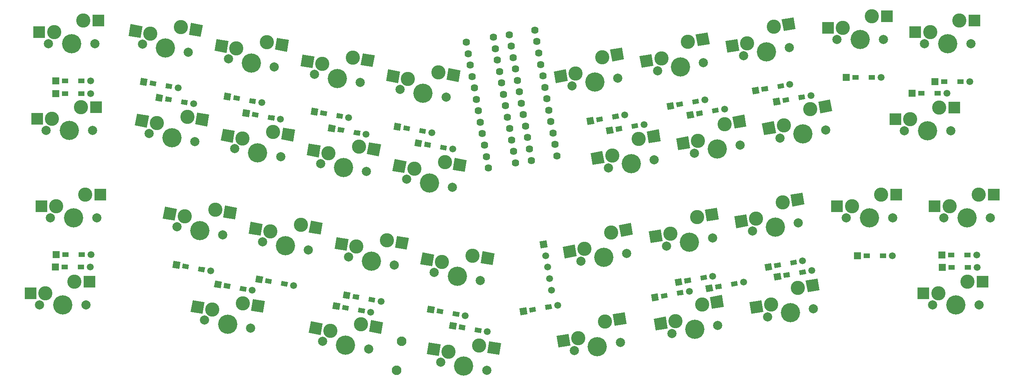
<source format=gbr>
%TF.GenerationSoftware,KiCad,Pcbnew,(5.1.6-0-10_14)*%
%TF.CreationDate,2023-03-04T09:30:33+09:00*%
%TF.ProjectId,C-13XPCB,432d3133-5850-4434-922e-6b696361645f,rev?*%
%TF.SameCoordinates,Original*%
%TF.FileFunction,Soldermask,Bot*%
%TF.FilePolarity,Negative*%
%FSLAX46Y46*%
G04 Gerber Fmt 4.6, Leading zero omitted, Abs format (unit mm)*
G04 Created by KiCad (PCBNEW (5.1.6-0-10_14)) date 2023-03-04 09:30:33*
%MOMM*%
%LPD*%
G01*
G04 APERTURE LIST*
%ADD10C,3.100000*%
%ADD11C,0.100000*%
%ADD12C,2.000000*%
%ADD13C,4.200000*%
%ADD14C,1.497000*%
%ADD15R,1.400000X1.050000*%
%ADD16R,1.497000X1.497000*%
%ADD17C,2.100000*%
%ADD18C,1.624000*%
%ADD19R,2.650000X2.600000*%
G04 APERTURE END LIST*
D10*
%TO.C,SW20*%
X135603545Y-20508244D03*
X128908950Y-21906990D03*
D11*
G36*
X140385994Y-20031464D02*
G01*
X139934509Y-22591964D01*
X137324768Y-22131796D01*
X137776253Y-19571296D01*
X140385994Y-20031464D01*
G37*
D12*
X127217178Y-24187868D03*
X137222824Y-25952134D03*
D13*
X132220001Y-25070001D03*
D11*
G36*
X127214317Y-20288126D02*
G01*
X126762832Y-22848626D01*
X124153091Y-22388458D01*
X124604576Y-19827958D01*
X127214317Y-20288126D01*
G37*
%TD*%
%TO.C,D20*%
G36*
X134577503Y-17573696D02*
G01*
X134759834Y-16539648D01*
X136138565Y-16782756D01*
X135956234Y-17816804D01*
X134577503Y-17573696D01*
G37*
G36*
X131081435Y-16957244D02*
G01*
X131263766Y-15923196D01*
X132642497Y-16166304D01*
X132460166Y-17200352D01*
X131081435Y-16957244D01*
G37*
G36*
X128990778Y-16815553D02*
G01*
X129250729Y-15341296D01*
X130724986Y-15601247D01*
X130465035Y-17075504D01*
X128990778Y-16815553D01*
G37*
D14*
X137362118Y-17531600D03*
%TD*%
D15*
%TO.C,D1*%
X48625000Y37340000D03*
X45075000Y37340000D03*
D16*
X43040000Y37340000D03*
D14*
X50660000Y37340000D03*
%TD*%
%TO.C,D2*%
X50650000Y34600000D03*
D16*
X43030000Y34600000D03*
D15*
X45065000Y34600000D03*
X48615000Y34600000D03*
%TD*%
D14*
%TO.C,D3*%
X50720000Y-640000D03*
D16*
X43100000Y-640000D03*
D15*
X45135000Y-640000D03*
X48685000Y-640000D03*
%TD*%
D14*
%TO.C,D4*%
X50590000Y-3390000D03*
D16*
X42970000Y-3390000D03*
D15*
X45005000Y-3390000D03*
X48555000Y-3390000D03*
%TD*%
D14*
%TO.C,D5*%
X69762118Y35838400D03*
D11*
G36*
X61390778Y36554447D02*
G01*
X61650729Y38028704D01*
X63124986Y37768753D01*
X62865035Y36294496D01*
X61390778Y36554447D01*
G37*
G36*
X63481435Y36412756D02*
G01*
X63663766Y37446804D01*
X65042497Y37203696D01*
X64860166Y36169648D01*
X63481435Y36412756D01*
G37*
G36*
X66977503Y35796304D02*
G01*
X67159834Y36830352D01*
X68538565Y36587244D01*
X68356234Y35553196D01*
X66977503Y35796304D01*
G37*
%TD*%
D14*
%TO.C,D6*%
X73152118Y32348400D03*
D11*
G36*
X64780778Y33064447D02*
G01*
X65040729Y34538704D01*
X66514986Y34278753D01*
X66255035Y32804496D01*
X64780778Y33064447D01*
G37*
G36*
X66871435Y32922756D02*
G01*
X67053766Y33956804D01*
X68432497Y33713696D01*
X68250166Y32679648D01*
X66871435Y32922756D01*
G37*
G36*
X70367503Y32306304D02*
G01*
X70549834Y33340352D01*
X71928565Y33097244D01*
X71746234Y32063196D01*
X70367503Y32306304D01*
G37*
%TD*%
D14*
%TO.C,D7*%
X76902118Y-4221600D03*
D11*
G36*
X68530778Y-3505553D02*
G01*
X68790729Y-2031296D01*
X70264986Y-2291247D01*
X70005035Y-3765504D01*
X68530778Y-3505553D01*
G37*
G36*
X70621435Y-3647244D02*
G01*
X70803766Y-2613196D01*
X72182497Y-2856304D01*
X72000166Y-3890352D01*
X70621435Y-3647244D01*
G37*
G36*
X74117503Y-4263696D02*
G01*
X74299834Y-3229648D01*
X75678565Y-3472756D01*
X75496234Y-4506804D01*
X74117503Y-4263696D01*
G37*
%TD*%
D14*
%TO.C,D8*%
X85982118Y-8471600D03*
D11*
G36*
X77610778Y-7755553D02*
G01*
X77870729Y-6281296D01*
X79344986Y-6541247D01*
X79085035Y-8015504D01*
X77610778Y-7755553D01*
G37*
G36*
X79701435Y-7897244D02*
G01*
X79883766Y-6863196D01*
X81262497Y-7106304D01*
X81080166Y-8140352D01*
X79701435Y-7897244D01*
G37*
G36*
X83197503Y-8513696D02*
G01*
X83379834Y-7479648D01*
X84758565Y-7722756D01*
X84576234Y-8756804D01*
X83197503Y-8513696D01*
G37*
%TD*%
D14*
%TO.C,D9*%
X88052118Y32608400D03*
D11*
G36*
X79680778Y33324447D02*
G01*
X79940729Y34798704D01*
X81414986Y34538753D01*
X81155035Y33064496D01*
X79680778Y33324447D01*
G37*
G36*
X81771435Y33182756D02*
G01*
X81953766Y34216804D01*
X83332497Y33973696D01*
X83150166Y32939648D01*
X81771435Y33182756D01*
G37*
G36*
X85267503Y32566304D02*
G01*
X85449834Y33600352D01*
X86828565Y33357244D01*
X86646234Y32323196D01*
X85267503Y32566304D01*
G37*
%TD*%
D14*
%TO.C,D10*%
X92152118Y28968400D03*
D11*
G36*
X83780778Y29684447D02*
G01*
X84040729Y31158704D01*
X85514986Y30898753D01*
X85255035Y29424496D01*
X83780778Y29684447D01*
G37*
G36*
X85871435Y29542756D02*
G01*
X86053766Y30576804D01*
X87432497Y30333696D01*
X87250166Y29299648D01*
X85871435Y29542756D01*
G37*
G36*
X89367503Y28926304D02*
G01*
X89549834Y29960352D01*
X90928565Y29717244D01*
X90746234Y28683196D01*
X89367503Y28926304D01*
G37*
%TD*%
D14*
%TO.C,D11*%
X95012118Y-7391600D03*
D11*
G36*
X86640778Y-6675553D02*
G01*
X86900729Y-5201296D01*
X88374986Y-5461247D01*
X88115035Y-6935504D01*
X86640778Y-6675553D01*
G37*
G36*
X88731435Y-6817244D02*
G01*
X88913766Y-5783196D01*
X90292497Y-6026304D01*
X90110166Y-7060352D01*
X88731435Y-6817244D01*
G37*
G36*
X92227503Y-7433696D02*
G01*
X92409834Y-6399648D01*
X93788565Y-6642756D01*
X93606234Y-7676804D01*
X92227503Y-7433696D01*
G37*
%TD*%
D14*
%TO.C,D13*%
X107072118Y29318400D03*
D11*
G36*
X98700778Y30034447D02*
G01*
X98960729Y31508704D01*
X100434986Y31248753D01*
X100175035Y29774496D01*
X98700778Y30034447D01*
G37*
G36*
X100791435Y29892756D02*
G01*
X100973766Y30926804D01*
X102352497Y30683696D01*
X102170166Y29649648D01*
X100791435Y29892756D01*
G37*
G36*
X104287503Y29276304D02*
G01*
X104469834Y30310352D01*
X105848565Y30067244D01*
X105666234Y29033196D01*
X104287503Y29276304D01*
G37*
%TD*%
D14*
%TO.C,D14*%
X110872118Y25658400D03*
D11*
G36*
X102500778Y26374447D02*
G01*
X102760729Y27848704D01*
X104234986Y27588753D01*
X103975035Y26114496D01*
X102500778Y26374447D01*
G37*
G36*
X104591435Y26232756D02*
G01*
X104773766Y27266804D01*
X106152497Y27023696D01*
X105970166Y25989648D01*
X104591435Y26232756D01*
G37*
G36*
X108087503Y25616304D02*
G01*
X108269834Y26650352D01*
X109648565Y26407244D01*
X109466234Y25373196D01*
X108087503Y25616304D01*
G37*
%TD*%
D14*
%TO.C,D15*%
X114132118Y-10851600D03*
D11*
G36*
X105760778Y-10135553D02*
G01*
X106020729Y-8661296D01*
X107494986Y-8921247D01*
X107235035Y-10395504D01*
X105760778Y-10135553D01*
G37*
G36*
X107851435Y-10277244D02*
G01*
X108033766Y-9243196D01*
X109412497Y-9486304D01*
X109230166Y-10520352D01*
X107851435Y-10277244D01*
G37*
G36*
X111347503Y-10893696D02*
G01*
X111529834Y-9859648D01*
X112908565Y-10102756D01*
X112726234Y-11136804D01*
X111347503Y-10893696D01*
G37*
%TD*%
D14*
%TO.C,D16*%
X111882118Y-13241600D03*
D11*
G36*
X103510778Y-12525553D02*
G01*
X103770729Y-11051296D01*
X105244986Y-11311247D01*
X104985035Y-12785504D01*
X103510778Y-12525553D01*
G37*
G36*
X105601435Y-12667244D02*
G01*
X105783766Y-11633196D01*
X107162497Y-11876304D01*
X106980166Y-12910352D01*
X105601435Y-12667244D01*
G37*
G36*
X109097503Y-13283696D02*
G01*
X109279834Y-12249648D01*
X110658565Y-12492756D01*
X110476234Y-13526804D01*
X109097503Y-13283696D01*
G37*
%TD*%
D14*
%TO.C,D17*%
X125232118Y26028400D03*
D11*
G36*
X116860778Y26744447D02*
G01*
X117120729Y28218704D01*
X118594986Y27958753D01*
X118335035Y26484496D01*
X116860778Y26744447D01*
G37*
G36*
X118951435Y26602756D02*
G01*
X119133766Y27636804D01*
X120512497Y27393696D01*
X120330166Y26359648D01*
X118951435Y26602756D01*
G37*
G36*
X122447503Y25986304D02*
G01*
X122629834Y27020352D01*
X124008565Y26777244D01*
X123826234Y25743196D01*
X122447503Y25986304D01*
G37*
%TD*%
D14*
%TO.C,D18*%
X129792118Y22428400D03*
D11*
G36*
X121420778Y23144447D02*
G01*
X121680729Y24618704D01*
X123154986Y24358753D01*
X122895035Y22884496D01*
X121420778Y23144447D01*
G37*
G36*
X123511435Y23002756D02*
G01*
X123693766Y24036804D01*
X125072497Y23793696D01*
X124890166Y22759648D01*
X123511435Y23002756D01*
G37*
G36*
X127007503Y22386304D02*
G01*
X127189834Y23420352D01*
X128568565Y23177244D01*
X128386234Y22143196D01*
X127007503Y22386304D01*
G37*
%TD*%
D14*
%TO.C,D19*%
X132532118Y-14001600D03*
D11*
G36*
X124160778Y-13285553D02*
G01*
X124420729Y-11811296D01*
X125894986Y-12071247D01*
X125635035Y-13545504D01*
X124160778Y-13285553D01*
G37*
G36*
X126251435Y-13427244D02*
G01*
X126433766Y-12393196D01*
X127812497Y-12636304D01*
X127630166Y-13670352D01*
X126251435Y-13427244D01*
G37*
G36*
X129747503Y-14043696D02*
G01*
X129929834Y-13009648D01*
X131308565Y-13252756D01*
X131126234Y-14286804D01*
X129747503Y-14043696D01*
G37*
%TD*%
D14*
%TO.C,D21*%
X167402118Y29931600D03*
D11*
G36*
X159290729Y27741296D02*
G01*
X159030778Y29215553D01*
X160505035Y29475504D01*
X160764986Y28001247D01*
X159290729Y27741296D01*
G37*
G36*
X161303766Y28323196D02*
G01*
X161121435Y29357244D01*
X162500166Y29600352D01*
X162682497Y28566304D01*
X161303766Y28323196D01*
G37*
G36*
X164799834Y28939648D02*
G01*
X164617503Y29973696D01*
X165996234Y30216804D01*
X166178565Y29182756D01*
X164799834Y28939648D01*
G37*
%TD*%
%TO.C,D22*%
G36*
X169029834Y26849648D02*
G01*
X168847503Y27883696D01*
X170226234Y28126804D01*
X170408565Y27092756D01*
X169029834Y26849648D01*
G37*
G36*
X165533766Y26233196D02*
G01*
X165351435Y27267244D01*
X166730166Y27510352D01*
X166912497Y26476304D01*
X165533766Y26233196D01*
G37*
G36*
X163520729Y25651296D02*
G01*
X163260778Y27125553D01*
X164735035Y27385504D01*
X164994986Y25911247D01*
X163520729Y25651296D01*
G37*
D14*
X171632118Y27841600D03*
%TD*%
D11*
%TO.C,D23*%
G36*
X150159834Y-12720352D02*
G01*
X149977503Y-11686304D01*
X151356234Y-11443196D01*
X151538565Y-12477244D01*
X150159834Y-12720352D01*
G37*
G36*
X146663766Y-13336804D02*
G01*
X146481435Y-12302756D01*
X147860166Y-12059648D01*
X148042497Y-13093696D01*
X146663766Y-13336804D01*
G37*
G36*
X144650729Y-13918704D02*
G01*
X144390778Y-12444447D01*
X145865035Y-12184496D01*
X146124986Y-13658753D01*
X144650729Y-13918704D01*
G37*
D14*
X152762118Y-11728400D03*
%TD*%
D11*
%TO.C,D24*%
G36*
X178919834Y-9660352D02*
G01*
X178737503Y-8626304D01*
X180116234Y-8383196D01*
X180298565Y-9417244D01*
X178919834Y-9660352D01*
G37*
G36*
X175423766Y-10276804D02*
G01*
X175241435Y-9242756D01*
X176620166Y-8999648D01*
X176802497Y-10033696D01*
X175423766Y-10276804D01*
G37*
G36*
X173410729Y-10858704D02*
G01*
X173150778Y-9384447D01*
X174625035Y-9124496D01*
X174884986Y-10598753D01*
X173410729Y-10858704D01*
G37*
D14*
X181522118Y-8668400D03*
%TD*%
D11*
%TO.C,D25*%
G36*
X182289834Y32209648D02*
G01*
X182107503Y33243696D01*
X183486234Y33486804D01*
X183668565Y32452756D01*
X182289834Y32209648D01*
G37*
G36*
X178793766Y31593196D02*
G01*
X178611435Y32627244D01*
X179990166Y32870352D01*
X180172497Y31836304D01*
X178793766Y31593196D01*
G37*
G36*
X176780729Y31011296D02*
G01*
X176520778Y32485553D01*
X177995035Y32745504D01*
X178254986Y31271247D01*
X176780729Y31011296D01*
G37*
D14*
X184892118Y33201600D03*
%TD*%
D11*
%TO.C,D26*%
G36*
X186639834Y30239648D02*
G01*
X186457503Y31273696D01*
X187836234Y31516804D01*
X188018565Y30482756D01*
X186639834Y30239648D01*
G37*
G36*
X183143766Y29623196D02*
G01*
X182961435Y30657244D01*
X184340166Y30900352D01*
X184522497Y29866304D01*
X183143766Y29623196D01*
G37*
G36*
X181130729Y29041296D02*
G01*
X180870778Y30515553D01*
X182345035Y30775504D01*
X182604986Y29301247D01*
X181130729Y29041296D01*
G37*
D14*
X189242118Y31231600D03*
%TD*%
D11*
%TO.C,D27*%
G36*
X184059834Y-6340352D02*
G01*
X183877503Y-5306304D01*
X185256234Y-5063196D01*
X185438565Y-6097244D01*
X184059834Y-6340352D01*
G37*
G36*
X180563766Y-6956804D02*
G01*
X180381435Y-5922756D01*
X181760166Y-5679648D01*
X181942497Y-6713696D01*
X180563766Y-6956804D01*
G37*
G36*
X178550729Y-7538704D02*
G01*
X178290778Y-6064447D01*
X179765035Y-5804496D01*
X180024986Y-7278753D01*
X178550729Y-7538704D01*
G37*
D14*
X186662118Y-5348400D03*
%TD*%
D11*
%TO.C,D28*%
G36*
X190789834Y-7680352D02*
G01*
X190607503Y-6646304D01*
X191986234Y-6403196D01*
X192168565Y-7437244D01*
X190789834Y-7680352D01*
G37*
G36*
X187293766Y-8296804D02*
G01*
X187111435Y-7262756D01*
X188490166Y-7019648D01*
X188672497Y-8053696D01*
X187293766Y-8296804D01*
G37*
G36*
X185280729Y-8878704D02*
G01*
X185020778Y-7404447D01*
X186495035Y-7144496D01*
X186754986Y-8618753D01*
X185280729Y-8878704D01*
G37*
D14*
X193392118Y-6688400D03*
%TD*%
D11*
%TO.C,D29*%
G36*
X200909834Y35579648D02*
G01*
X200727503Y36613696D01*
X202106234Y36856804D01*
X202288565Y35822756D01*
X200909834Y35579648D01*
G37*
G36*
X197413766Y34963196D02*
G01*
X197231435Y35997244D01*
X198610166Y36240352D01*
X198792497Y35206304D01*
X197413766Y34963196D01*
G37*
G36*
X195400729Y34381296D02*
G01*
X195140778Y35855553D01*
X196615035Y36115504D01*
X196874986Y34641247D01*
X195400729Y34381296D01*
G37*
D14*
X203512118Y36571600D03*
%TD*%
D11*
%TO.C,D30*%
G36*
X205519834Y33169648D02*
G01*
X205337503Y34203696D01*
X206716234Y34446804D01*
X206898565Y33412756D01*
X205519834Y33169648D01*
G37*
G36*
X202023766Y32553196D02*
G01*
X201841435Y33587244D01*
X203220166Y33830352D01*
X203402497Y32796304D01*
X202023766Y32553196D01*
G37*
G36*
X200010729Y31971296D02*
G01*
X199750778Y33445553D01*
X201225035Y33705504D01*
X201484986Y32231247D01*
X200010729Y31971296D01*
G37*
D14*
X208122118Y34161600D03*
%TD*%
D11*
%TO.C,D31*%
G36*
X203699834Y-3020352D02*
G01*
X203517503Y-1986304D01*
X204896234Y-1743196D01*
X205078565Y-2777244D01*
X203699834Y-3020352D01*
G37*
G36*
X200203766Y-3636804D02*
G01*
X200021435Y-2602756D01*
X201400166Y-2359648D01*
X201582497Y-3393696D01*
X200203766Y-3636804D01*
G37*
G36*
X198190729Y-4218704D02*
G01*
X197930778Y-2744447D01*
X199405035Y-2484496D01*
X199664986Y-3958753D01*
X198190729Y-4218704D01*
G37*
D14*
X206302118Y-2028400D03*
%TD*%
D11*
%TO.C,D32*%
G36*
X205699834Y-5140352D02*
G01*
X205517503Y-4106304D01*
X206896234Y-3863196D01*
X207078565Y-4897244D01*
X205699834Y-5140352D01*
G37*
G36*
X202203766Y-5756804D02*
G01*
X202021435Y-4722756D01*
X203400166Y-4479648D01*
X203582497Y-5513696D01*
X202203766Y-5756804D01*
G37*
G36*
X200190729Y-6338704D02*
G01*
X199930778Y-4864447D01*
X201405035Y-4604496D01*
X201664986Y-6078753D01*
X200190729Y-6338704D01*
G37*
D14*
X208302118Y-4148400D03*
%TD*%
D15*
%TO.C,D33*%
X221395000Y38140000D03*
X217845000Y38140000D03*
D16*
X215810000Y38140000D03*
D14*
X223430000Y38140000D03*
%TD*%
D15*
%TO.C,D34*%
X235785000Y34630000D03*
X232235000Y34630000D03*
D16*
X230200000Y34630000D03*
D14*
X237820000Y34630000D03*
%TD*%
D15*
%TO.C,D35*%
X223905000Y-880000D03*
X220355000Y-880000D03*
D16*
X218320000Y-880000D03*
D14*
X225940000Y-880000D03*
%TD*%
D15*
%TO.C,D37*%
X240795000Y37240000D03*
X237245000Y37240000D03*
D16*
X235210000Y37240000D03*
D14*
X242830000Y37240000D03*
%TD*%
D15*
%TO.C,D39*%
X242295000Y-710000D03*
X238745000Y-710000D03*
D16*
X236710000Y-710000D03*
D14*
X244330000Y-710000D03*
%TD*%
D15*
%TO.C,D40*%
X242405000Y-3470000D03*
X238855000Y-3470000D03*
D16*
X236820000Y-3470000D03*
D14*
X244440000Y-3470000D03*
%TD*%
D17*
%TO.C,SW41*%
X118634357Y-19589375D03*
X117505643Y-25990625D03*
%TD*%
D11*
%TO.C,TB1*%
G36*
X148790763Y2219976D02*
G01*
X150265020Y2479927D01*
X150524971Y1005670D01*
X149050714Y745719D01*
X148790763Y2219976D01*
G37*
D14*
X150098934Y-888588D03*
X150540000Y-3390000D03*
X150981066Y-5891412D03*
X151422133Y-8392823D03*
%TD*%
D18*
%TO.C,U1*%
X137608313Y18310248D03*
X137167246Y20811659D03*
X136726180Y23313071D03*
X136285113Y25814483D03*
X135844047Y28315894D03*
X135402981Y30817306D03*
X134961914Y33318718D03*
X134520848Y35820129D03*
X134079782Y38321541D03*
X133638715Y40822953D03*
X133197649Y43324365D03*
X132756583Y45825776D03*
X147745357Y48468701D03*
X148186423Y45967290D03*
X148627489Y43465878D03*
X149068556Y40964466D03*
X149509622Y38463055D03*
X149950688Y35961643D03*
X150391755Y33460231D03*
X150832821Y30958820D03*
X151273887Y28457408D03*
X151714954Y25955996D03*
X152156020Y23454585D03*
X152597087Y20953173D03*
X142171345Y47485853D03*
X142612411Y44984441D03*
X143935610Y37480206D03*
X144376676Y34978794D03*
X144817743Y32477383D03*
X145258809Y29975971D03*
X145699876Y27474559D03*
X143053477Y42483029D03*
X143494544Y39981618D03*
X146140942Y24973148D03*
X146582008Y22471736D03*
X147023075Y19970324D03*
X143546133Y19418171D03*
X139576535Y41930876D03*
X139135469Y44432288D03*
X142222933Y26922406D03*
X141781867Y29423818D03*
X141340801Y31925230D03*
X140899734Y34426641D03*
X140458668Y36928053D03*
X140017602Y39429465D03*
X143105066Y21919583D03*
X142664000Y24420994D03*
X138694402Y46933700D03*
%TD*%
D10*
%TO.C,SW1*%
X49030000Y50570000D03*
X42680000Y48030000D03*
D19*
X52332000Y50570000D03*
D12*
X41410000Y45490000D03*
X51570000Y45490000D03*
D13*
X46490000Y45490000D03*
D19*
X39405000Y48030000D03*
%TD*%
%TO.C,SW2*%
X38925000Y29060000D03*
D13*
X46010000Y26520000D03*
D12*
X51090000Y26520000D03*
X40930000Y26520000D03*
D19*
X51852000Y31600000D03*
D10*
X42200000Y29060000D03*
X48550000Y31600000D03*
%TD*%
D19*
%TO.C,SW3*%
X39875000Y9950000D03*
D13*
X46960000Y7410000D03*
D12*
X52040000Y7410000D03*
X41880000Y7410000D03*
D19*
X52802000Y12490000D03*
D10*
X43150000Y9950000D03*
X49500000Y12490000D03*
%TD*%
D19*
%TO.C,SW4*%
X37495000Y-9100000D03*
D13*
X44580000Y-11640000D03*
D12*
X49660000Y-11640000D03*
X39500000Y-11640000D03*
D19*
X50422000Y-6560000D03*
D10*
X40770000Y-9100000D03*
X47120000Y-6560000D03*
%TD*%
D11*
%TO.C,SW5*%
G36*
X62014316Y49321875D02*
G01*
X61562831Y46761375D01*
X58953090Y47221543D01*
X59404575Y49782043D01*
X62014316Y49321875D01*
G37*
D13*
X67020000Y44540000D03*
D12*
X72022823Y43657867D03*
X62017177Y45422133D03*
D11*
G36*
X75185993Y49578537D02*
G01*
X74734508Y47018037D01*
X72124767Y47478205D01*
X72576252Y50038705D01*
X75185993Y49578537D01*
G37*
D10*
X63708949Y47703011D03*
X70403544Y49101757D03*
%TD*%
D11*
%TO.C,SW6*%
G36*
X63404316Y29721875D02*
G01*
X62952831Y27161375D01*
X60343090Y27621543D01*
X60794575Y30182043D01*
X63404316Y29721875D01*
G37*
D13*
X68410000Y24940000D03*
D12*
X73412823Y24057867D03*
X63407177Y25822133D03*
D11*
G36*
X76575993Y29978537D02*
G01*
X76124508Y27418037D01*
X73514767Y27878205D01*
X73966252Y30438705D01*
X76575993Y29978537D01*
G37*
D10*
X65098949Y28103011D03*
X71793544Y29501757D03*
%TD*%
D11*
%TO.C,SW7*%
G36*
X69494316Y9361875D02*
G01*
X69042831Y6801375D01*
X66433090Y7261543D01*
X66884575Y9822043D01*
X69494316Y9361875D01*
G37*
D13*
X74500000Y4580000D03*
D12*
X79502823Y3697867D03*
X69497177Y5462133D03*
D11*
G36*
X82665993Y9618537D02*
G01*
X82214508Y7058037D01*
X79604767Y7518205D01*
X80056252Y10078705D01*
X82665993Y9618537D01*
G37*
D10*
X71188949Y7743011D03*
X77883544Y9141757D03*
%TD*%
D11*
%TO.C,SW8*%
G36*
X75574316Y-11078125D02*
G01*
X75122831Y-13638625D01*
X72513090Y-13178457D01*
X72964575Y-10617957D01*
X75574316Y-11078125D01*
G37*
D13*
X80580000Y-15860000D03*
D12*
X85582823Y-16742133D03*
X75577177Y-14977867D03*
D11*
G36*
X88745993Y-10821463D02*
G01*
X88294508Y-13381963D01*
X85684767Y-12921795D01*
X86136252Y-10361295D01*
X88745993Y-10821463D01*
G37*
D10*
X77268949Y-12696989D03*
X83963544Y-11298243D03*
%TD*%
D11*
%TO.C,SW9*%
G36*
X80814316Y46061875D02*
G01*
X80362831Y43501375D01*
X77753090Y43961543D01*
X78204575Y46522043D01*
X80814316Y46061875D01*
G37*
D13*
X85820000Y41280000D03*
D12*
X90822823Y40397867D03*
X80817177Y42162133D03*
D11*
G36*
X93985993Y46318537D02*
G01*
X93534508Y43758037D01*
X90924767Y44218205D01*
X91376252Y46778705D01*
X93985993Y46318537D01*
G37*
D10*
X82508949Y44443011D03*
X89203544Y45841757D03*
%TD*%
D11*
%TO.C,SW10*%
G36*
X82174316Y26411875D02*
G01*
X81722831Y23851375D01*
X79113090Y24311543D01*
X79564575Y26872043D01*
X82174316Y26411875D01*
G37*
D13*
X87180000Y21630000D03*
D12*
X92182823Y20747867D03*
X82177177Y22512133D03*
D11*
G36*
X95345993Y26668537D02*
G01*
X94894508Y24108037D01*
X92284767Y24568205D01*
X92736252Y27128705D01*
X95345993Y26668537D01*
G37*
D10*
X83868949Y24793011D03*
X90563544Y26191757D03*
%TD*%
D11*
%TO.C,SW11*%
G36*
X88234316Y6061875D02*
G01*
X87782831Y3501375D01*
X85173090Y3961543D01*
X85624575Y6522043D01*
X88234316Y6061875D01*
G37*
D13*
X93240000Y1280000D03*
D12*
X98242823Y397867D03*
X88237177Y2162133D03*
D11*
G36*
X101405993Y6318537D02*
G01*
X100954508Y3758037D01*
X98344767Y4218205D01*
X98796252Y6778705D01*
X101405993Y6318537D01*
G37*
D10*
X89928949Y4443011D03*
X96623544Y5841757D03*
%TD*%
D11*
%TO.C,SW13*%
G36*
X99594316Y42701875D02*
G01*
X99142831Y40141375D01*
X96533090Y40601543D01*
X96984575Y43162043D01*
X99594316Y42701875D01*
G37*
D13*
X104600000Y37920000D03*
D12*
X109602823Y37037867D03*
X99597177Y38802133D03*
D11*
G36*
X112765993Y42958537D02*
G01*
X112314508Y40398037D01*
X109704767Y40858205D01*
X110156252Y43418705D01*
X112765993Y42958537D01*
G37*
D10*
X101288949Y41083011D03*
X107983544Y42481757D03*
%TD*%
D11*
%TO.C,SW14*%
G36*
X100944316Y23191875D02*
G01*
X100492831Y20631375D01*
X97883090Y21091543D01*
X98334575Y23652043D01*
X100944316Y23191875D01*
G37*
D13*
X105950000Y18410000D03*
D12*
X110952823Y17527867D03*
X100947177Y19292133D03*
D11*
G36*
X114115993Y23448537D02*
G01*
X113664508Y20888037D01*
X111054767Y21348205D01*
X111506252Y23908705D01*
X114115993Y23448537D01*
G37*
D10*
X102638949Y21573011D03*
X109333544Y22971757D03*
%TD*%
D11*
%TO.C,SW15*%
G36*
X107054316Y2731875D02*
G01*
X106602831Y171375D01*
X103993090Y631543D01*
X104444575Y3192043D01*
X107054316Y2731875D01*
G37*
D13*
X112060000Y-2050000D03*
D12*
X117062823Y-2932133D03*
X107057177Y-1167867D03*
D11*
G36*
X120225993Y2988537D02*
G01*
X119774508Y428037D01*
X117164767Y888205D01*
X117616252Y3448705D01*
X120225993Y2988537D01*
G37*
D10*
X108748949Y1113011D03*
X115443544Y2511757D03*
%TD*%
D11*
%TO.C,SW16*%
G36*
X101394316Y-15678125D02*
G01*
X100942831Y-18238625D01*
X98333090Y-17778457D01*
X98784575Y-15217957D01*
X101394316Y-15678125D01*
G37*
D13*
X106400000Y-20460000D03*
D12*
X111402823Y-21342133D03*
X101397177Y-19577867D03*
D11*
G36*
X114565993Y-15421463D02*
G01*
X114114508Y-17981963D01*
X111504767Y-17521795D01*
X111956252Y-14961295D01*
X114565993Y-15421463D01*
G37*
D10*
X103088949Y-17296989D03*
X109783544Y-15898243D03*
%TD*%
D11*
%TO.C,SW17*%
G36*
X118324316Y39441875D02*
G01*
X117872831Y36881375D01*
X115263090Y37341543D01*
X115714575Y39902043D01*
X118324316Y39441875D01*
G37*
D13*
X123330000Y34660000D03*
D12*
X128332823Y33777867D03*
X118327177Y35542133D03*
D11*
G36*
X131495993Y39698537D02*
G01*
X131044508Y37138037D01*
X128434767Y37598205D01*
X128886252Y40158705D01*
X131495993Y39698537D01*
G37*
D10*
X120018949Y37823011D03*
X126713544Y39221757D03*
%TD*%
D11*
%TO.C,SW18*%
G36*
X119704316Y19781875D02*
G01*
X119252831Y17221375D01*
X116643090Y17681543D01*
X117094575Y20242043D01*
X119704316Y19781875D01*
G37*
D13*
X124710000Y15000000D03*
D12*
X129712823Y14117867D03*
X119707177Y15882133D03*
D11*
G36*
X132875993Y20038537D02*
G01*
X132424508Y17478037D01*
X129814767Y17938205D01*
X130266252Y20498705D01*
X132875993Y20038537D01*
G37*
D10*
X121398949Y18163011D03*
X128093544Y19561757D03*
%TD*%
D11*
%TO.C,SW19*%
G36*
X125784316Y-638125D02*
G01*
X125332831Y-3198625D01*
X122723090Y-2738457D01*
X123174575Y-177957D01*
X125784316Y-638125D01*
G37*
D13*
X130790000Y-5420000D03*
D12*
X135792823Y-6302133D03*
X125787177Y-4537867D03*
D11*
G36*
X138955993Y-381463D02*
G01*
X138504508Y-2941963D01*
X135894767Y-2481795D01*
X136346252Y78705D01*
X138955993Y-381463D01*
G37*
D10*
X127478949Y-2256989D03*
X134173544Y-858243D03*
%TD*%
%TO.C,SW21*%
X162489279Y42563890D03*
X156676816Y38959812D03*
D11*
G36*
X166820242Y44647610D02*
G01*
X167271727Y42087110D01*
X164661986Y41626942D01*
X164210501Y44187442D01*
X166820242Y44647610D01*
G37*
D12*
X155867177Y36237867D03*
X165872823Y38002133D03*
D13*
X160870000Y37120000D03*
D11*
G36*
X154530699Y39901448D02*
G01*
X154982184Y37340948D01*
X152372443Y36880780D01*
X151920958Y39441280D01*
X154530699Y39901448D01*
G37*
%TD*%
%TO.C,SW22*%
G36*
X162530699Y22011448D02*
G01*
X162982184Y19450948D01*
X160372443Y18990780D01*
X159920958Y21551280D01*
X162530699Y22011448D01*
G37*
D13*
X168870000Y19230000D03*
D12*
X173872823Y20112133D03*
X163867177Y18347867D03*
D11*
G36*
X174820242Y26757610D02*
G01*
X175271727Y24197110D01*
X172661986Y23736942D01*
X172210501Y26297442D01*
X174820242Y26757610D01*
G37*
D10*
X164676816Y21069812D03*
X170489279Y24673890D03*
%TD*%
%TO.C,SW23*%
X164439279Y4203890D03*
X158626816Y599812D03*
D11*
G36*
X168770242Y6287610D02*
G01*
X169221727Y3727110D01*
X166611986Y3266942D01*
X166160501Y5827442D01*
X168770242Y6287610D01*
G37*
D12*
X157817177Y-2122133D03*
X167822823Y-357867D03*
D13*
X162820000Y-1240000D03*
D11*
G36*
X156480699Y1541448D02*
G01*
X156932184Y-1019052D01*
X154322443Y-1479220D01*
X153870958Y1081280D01*
X156480699Y1541448D01*
G37*
%TD*%
D10*
%TO.C,SW24*%
X163049279Y-15316110D03*
X157236816Y-18920188D03*
D11*
G36*
X167380242Y-13232390D02*
G01*
X167831727Y-15792890D01*
X165221986Y-16253058D01*
X164770501Y-13692558D01*
X167380242Y-13232390D01*
G37*
D12*
X156427177Y-21642133D03*
X166432823Y-19877867D03*
D13*
X161430000Y-20760000D03*
D11*
G36*
X155090699Y-17978552D02*
G01*
X155542184Y-20539052D01*
X152932443Y-20999220D01*
X152480958Y-18438720D01*
X155090699Y-17978552D01*
G37*
%TD*%
D10*
%TO.C,SW25*%
X181219279Y45903890D03*
X175406816Y42299812D03*
D11*
G36*
X185550242Y47987610D02*
G01*
X186001727Y45427110D01*
X183391986Y44966942D01*
X182940501Y47527442D01*
X185550242Y47987610D01*
G37*
D12*
X174597177Y39577867D03*
X184602823Y41342133D03*
D13*
X179600000Y40460000D03*
D11*
G36*
X173260699Y43241448D02*
G01*
X173712184Y40680948D01*
X171102443Y40220780D01*
X170650958Y42781280D01*
X173260699Y43241448D01*
G37*
%TD*%
D10*
%TO.C,SW26*%
X189239279Y27893890D03*
X183426816Y24289812D03*
D11*
G36*
X193570242Y29977610D02*
G01*
X194021727Y27417110D01*
X191411986Y26956942D01*
X190960501Y29517442D01*
X193570242Y29977610D01*
G37*
D12*
X182617177Y21567867D03*
X192622823Y23332133D03*
D13*
X187620000Y22450000D03*
D11*
G36*
X181280699Y25231448D02*
G01*
X181732184Y22670948D01*
X179122443Y22210780D01*
X178670958Y24771280D01*
X181280699Y25231448D01*
G37*
%TD*%
D10*
%TO.C,SW27*%
X183199279Y7543890D03*
X177386816Y3939812D03*
D11*
G36*
X187530242Y9627610D02*
G01*
X187981727Y7067110D01*
X185371986Y6606942D01*
X184920501Y9167442D01*
X187530242Y9627610D01*
G37*
D12*
X176577177Y1217867D03*
X186582823Y2982133D03*
D13*
X181580000Y2100000D03*
D11*
G36*
X175240699Y4881448D02*
G01*
X175692184Y2320948D01*
X173082443Y1860780D01*
X172630958Y4421280D01*
X175240699Y4881448D01*
G37*
%TD*%
D10*
%TO.C,SW28*%
X184319279Y-11566110D03*
X178506816Y-15170188D03*
D11*
G36*
X188650242Y-9482390D02*
G01*
X189101727Y-12042890D01*
X186491986Y-12503058D01*
X186040501Y-9942558D01*
X188650242Y-9482390D01*
G37*
D12*
X177697177Y-17892133D03*
X187702823Y-16127867D03*
D13*
X182700000Y-17010000D03*
D11*
G36*
X176360699Y-14228552D02*
G01*
X176812184Y-16789052D01*
X174202443Y-17249220D01*
X173750958Y-14688720D01*
X176360699Y-14228552D01*
G37*
%TD*%
D10*
%TO.C,SW29*%
X199999279Y49203890D03*
X194186816Y45599812D03*
D11*
G36*
X204330242Y51287610D02*
G01*
X204781727Y48727110D01*
X202171986Y48266942D01*
X201720501Y50827442D01*
X204330242Y51287610D01*
G37*
D12*
X193377177Y42877867D03*
X203382823Y44642133D03*
D13*
X198380000Y43760000D03*
D11*
G36*
X192040699Y46541448D02*
G01*
X192492184Y43980948D01*
X189882443Y43520780D01*
X189430958Y46081280D01*
X192040699Y46541448D01*
G37*
%TD*%
D10*
%TO.C,SW30*%
X207979279Y31203890D03*
X202166816Y27599812D03*
D11*
G36*
X212310242Y33287610D02*
G01*
X212761727Y30727110D01*
X210151986Y30266942D01*
X209700501Y32827442D01*
X212310242Y33287610D01*
G37*
D12*
X201357177Y24877867D03*
X211362823Y26642133D03*
D13*
X206360000Y25760000D03*
D11*
G36*
X200020699Y28541448D02*
G01*
X200472184Y25980948D01*
X197862443Y25520780D01*
X197410958Y28081280D01*
X200020699Y28541448D01*
G37*
%TD*%
D10*
%TO.C,SW31*%
X201929279Y10823890D03*
X196116816Y7219812D03*
D11*
G36*
X206260242Y12907610D02*
G01*
X206711727Y10347110D01*
X204101986Y9886942D01*
X203650501Y12447442D01*
X206260242Y12907610D01*
G37*
D12*
X195307177Y4497867D03*
X205312823Y6262133D03*
D13*
X200310000Y5380000D03*
D11*
G36*
X193970699Y8161448D02*
G01*
X194422184Y5600948D01*
X191812443Y5140780D01*
X191360958Y7701280D01*
X193970699Y8161448D01*
G37*
%TD*%
D10*
%TO.C,SW32*%
X205239279Y-7936110D03*
X199426816Y-11540188D03*
D11*
G36*
X209570242Y-5852390D02*
G01*
X210021727Y-8412890D01*
X207411986Y-8873058D01*
X206960501Y-6312558D01*
X209570242Y-5852390D01*
G37*
D12*
X198617177Y-14262133D03*
X208622823Y-12497867D03*
D13*
X203620000Y-13380000D03*
D11*
G36*
X197280699Y-10598552D02*
G01*
X197732184Y-13159052D01*
X195122443Y-13619220D01*
X194670958Y-11058720D01*
X197280699Y-10598552D01*
G37*
%TD*%
D10*
%TO.C,SW33*%
X221440000Y51540000D03*
X215090000Y49000000D03*
D19*
X224742000Y51540000D03*
D12*
X213820000Y46460000D03*
X223980000Y46460000D03*
D13*
X218900000Y46460000D03*
D19*
X211815000Y49000000D03*
%TD*%
D10*
%TO.C,SW34*%
X236190000Y31540000D03*
X229840000Y29000000D03*
D19*
X239492000Y31540000D03*
D12*
X228570000Y26460000D03*
X238730000Y26460000D03*
D13*
X233650000Y26460000D03*
D19*
X226565000Y29000000D03*
%TD*%
D10*
%TO.C,SW35*%
X223460000Y12460000D03*
X217110000Y9920000D03*
D19*
X226762000Y12460000D03*
D12*
X215840000Y7380000D03*
X226000000Y7380000D03*
D13*
X220920000Y7380000D03*
D19*
X213835000Y9920000D03*
%TD*%
D10*
%TO.C,SW37*%
X240528000Y50600000D03*
X234178000Y48060000D03*
D19*
X243830000Y50600000D03*
D12*
X232908000Y45520000D03*
X243068000Y45520000D03*
D13*
X237988000Y45520000D03*
D19*
X230903000Y48060000D03*
%TD*%
D10*
%TO.C,SW39*%
X244790000Y12490000D03*
X238440000Y9950000D03*
D19*
X248092000Y12490000D03*
D12*
X237170000Y7410000D03*
X247330000Y7410000D03*
D13*
X242250000Y7410000D03*
D19*
X235165000Y9950000D03*
%TD*%
D10*
%TO.C,SW40*%
X242350000Y-6570000D03*
X236000000Y-9110000D03*
D19*
X245652000Y-6570000D03*
D12*
X234730000Y-11650000D03*
X244890000Y-11650000D03*
D13*
X239810000Y-11650000D03*
D19*
X232725000Y-9110000D03*
%TD*%
M02*

</source>
